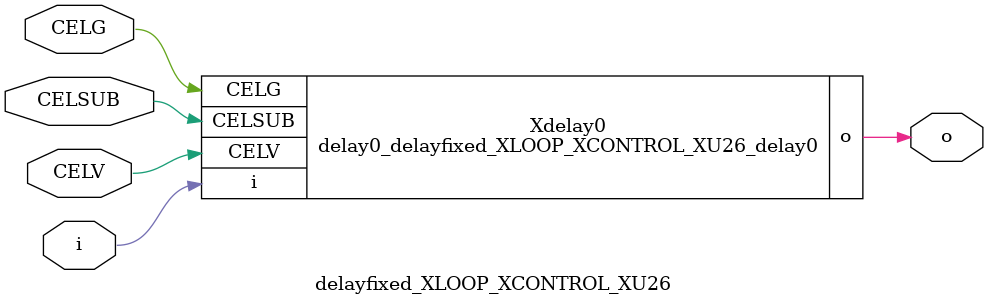
<source format=v>

module delay0_delayfixed_XLOOP_XCONTROL_XU26_delay0 (i, CELV, o,
CELG,CELSUB);
input CELV;
input i;
output o;
input CELSUB;
input CELG;
endmodule


//Celera Confidential Do Not Copy delayfixed_XLOOP_XCONTROL_XU26
//Celera Confidential Symbol Generator
//TYPE:fixed Egde:rise
module delayfixed_XLOOP_XCONTROL_XU26 (CELV,i,o,
CELG,CELSUB);
input CELV;
input i;
output o;
input CELG;
input CELSUB;

//Celera Confidential Do Not Copy delay0_delayfixed_XLOOP_XCONTROL_XU26_delay0
delay0_delayfixed_XLOOP_XCONTROL_XU26_delay0 Xdelay0(
.CELV (CELV),
.i (i),
.o (o),
.CELG (CELG),
.CELSUB (CELSUB)
);
//,diesize,delay0_delayfixed_XLOOP_XCONTROL_XU26_delay0
//Celera Confidential Do Not Copy Module End
//Celera Schematic Generator
endmodule

</source>
